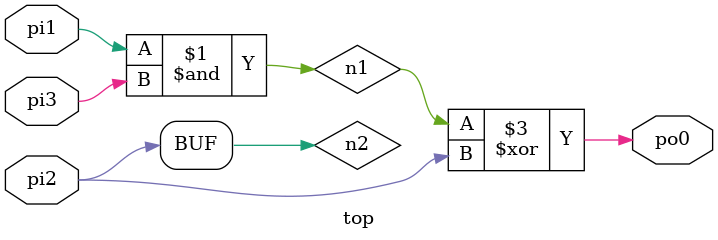
<source format=v>
module top ( 
    pi1, pi2, pi3,
    po0  );
    input  pi1, pi2, pi3;
    output po0;

    assign n1 = pi1 & pi3;
    assign n2 = pi2 & pi2;

    assign po0 = n1 ^ n2;
endmodule
</source>
